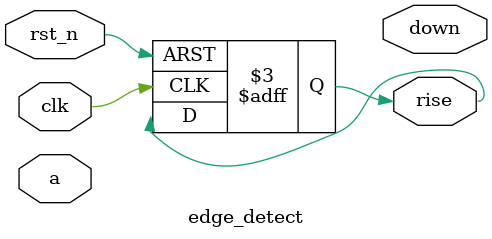
<source format=v>
module edge_detect(
	input clk,
	input rst_n,
	input a,
	
	output reg rise,
	output reg down
);

reg a1;
always @(posedge clk or negedge rst_n)begin
    if(~rst_n)begin
        a1 <= 1'b0;
        rise <= 1'b0;
    end
    else begin
        a1 <= a;
    end
end
endmodule
</source>
